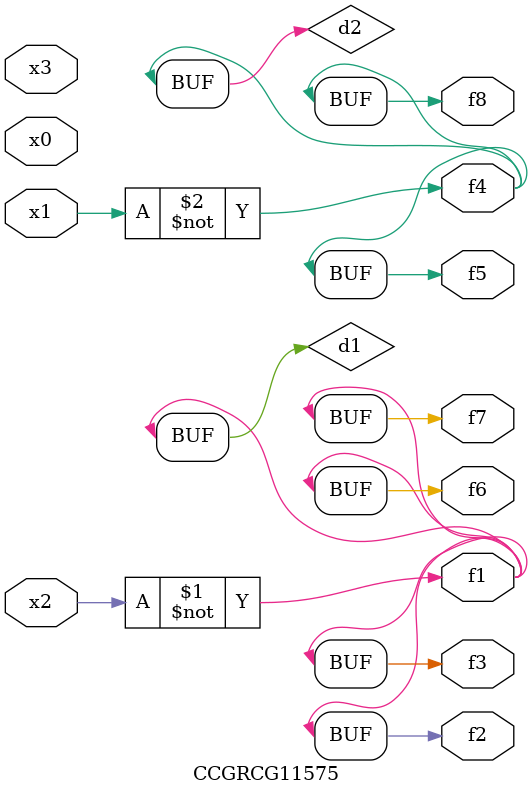
<source format=v>
module CCGRCG11575(
	input x0, x1, x2, x3,
	output f1, f2, f3, f4, f5, f6, f7, f8
);

	wire d1, d2;

	xnor (d1, x2);
	not (d2, x1);
	assign f1 = d1;
	assign f2 = d1;
	assign f3 = d1;
	assign f4 = d2;
	assign f5 = d2;
	assign f6 = d1;
	assign f7 = d1;
	assign f8 = d2;
endmodule

</source>
